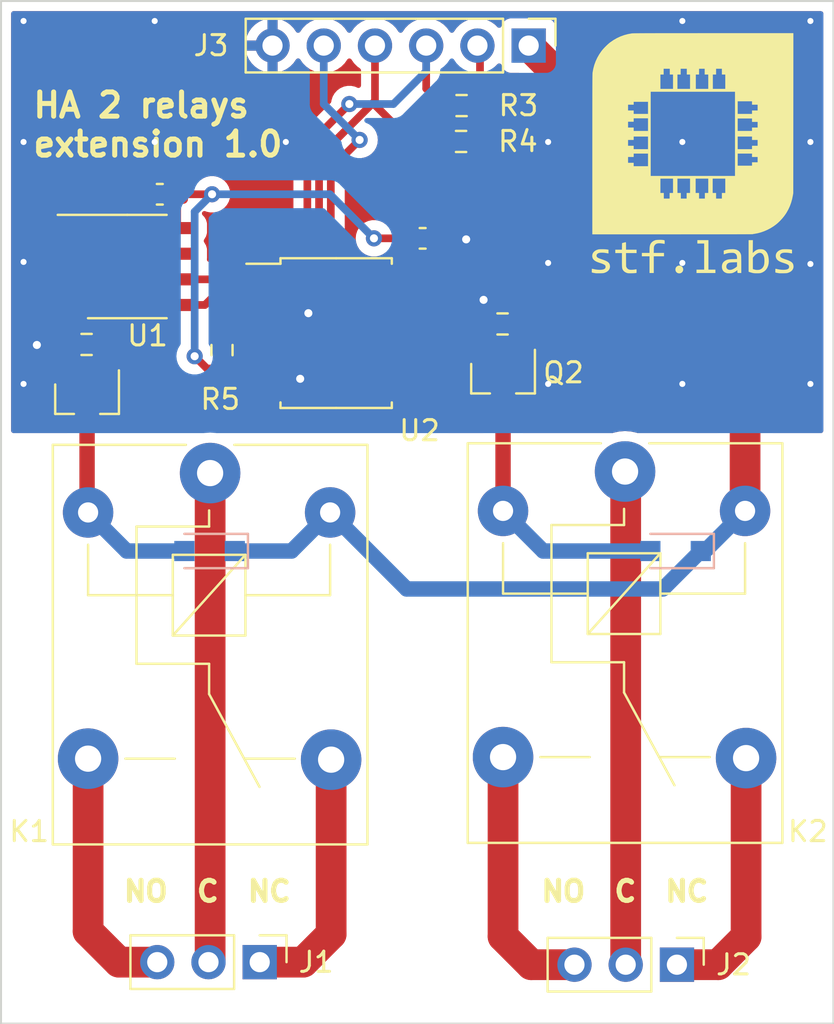
<source format=kicad_pcb>
(kicad_pcb (version 20221018) (generator pcbnew)
  (layers (0 "F.Cu" signal) (31 "B.Cu" signal) (34 "B.Paste" user) (35 "F.Paste" user) (36 "B.SilkS" user "B.Silkscreen") (37 "F.SilkS" user "F.Silkscreen") (38 "B.Mask" user) (39 "F.Mask" user) (44 "Edge.Cuts" user))
  (net 0 "")
  (net 1 "Net-(Q2-G)")
  (net 2 "GND")
  (net 3 "Net-(D2-A)")
  (net 4 "Net-(Q1-G)")
  (net 5 "Net-(D1-A)")
  (net 6 "/I2C_SCL")
  (net 7 "/I2C_SDA")
  (net 8 "Net-(U2-A2)")
  (net 10 "/EXT_GPIO")
  (net 18 "/WRITE_PROTECT")
  (net 19 "+3.3V")
  (net 23 "Net-(K1-C)")
  (net 24 "Net-(K1-NO)")
  (net 25 "Net-(K1-NC)")
  (net 26 "+12V")
  (net 27 "Net-(K2-C)")
  (net 28 "Net-(K2-NO)")
  (net 29 "Net-(K2-NC)")
  (footprint "p_Package_Misc:PinHeader_1x06_P2.54mm_Vertical" (layer "F.Cu") (at 152.908 59.9948 -90)
    (fp_text reference "J3" (at 0 15.748 -180) (layer "F.SilkS"))
    (fp_text value "Conn_HE13_1x6_2.54V" hide)
    (pad "1" thru_hole rect (at 0 0 270) (size 1.7 1.7) (drill 1) (layers "*.Cu" "*.Mask") (net 26 "+12V"))
    (pad "2" thru_hole oval (at 0 2.54 270) (size 1.7 1.7) (drill 1) (layers "*.Cu" "*.Mask") (net 19 "+3.3V"))
    (pad "3" thru_hole oval (at 0 5.08 270) (size 1.7 1.7) (drill 1) (layers "*.Cu" "*.Mask") (net 6 "/I2C_SCL"))
    (pad "4" thru_hole oval (at 0 7.62 270) (size 1.7 1.7) (drill 1) (layers "*.Cu" "*.Mask") (net 7 "/I2C_SDA"))
    (pad "5" thru_hole oval (at 0 10.16 270) (size 1.7 1.7) (drill 1) (layers "*.Cu" "*.Mask") (net 10 "/EXT_GPIO"))
    (pad "6" thru_hole oval (at 0 12.7 270) (size 1.7 1.7) (drill 1) (layers "*.Cu" "*.Mask") (net 2 "GND"))
  )
  (footprint "p_Package_Misc:PinHeader_1x03_P2.54mm_Vertical" (layer "F.Cu") (at 160.259 105.537 -90)
    (fp_text reference "J2" (at 0 -2.809) (layer "F.SilkS"))
    (fp_text value "Conn_HE13_1x3_2.54V" hide)
    (pad "1" thru_hole rect (at 0 0 270) (size 1.7 1.7) (drill 1) (layers "*.Cu" "*.Mask") (net 29 "Net-(K2-NC)"))
    (pad "2" thru_hole oval (at 0 2.54 270) (size 1.7 1.7) (drill 1) (layers "*.Cu" "*.Mask") (net 27 "Net-(K2-C)"))
    (pad "3" thru_hole oval (at 0 5.08 270) (size 1.7 1.7) (drill 1) (layers "*.Cu" "*.Mask") (net 28 "Net-(K2-NO)"))
  )
  (footprint "p_Package_SOT:SOT-23" (layer "F.Cu") (at 151.638 76.47 -90)
    (fp_text reference "Q2" (at -0.27 -2.9972 -180) (layer "F.SilkS"))
    (fp_text value "BSS138LT3G" hide)
    (pad "1" smd rect (at -1 -0.95 270) (size 0.9 0.8) (layers "F.Cu" "F.Paste" "F.Mask") (net 1 "Net-(Q2-G)"))
    (pad "2" smd rect (at -1 0.95 270) (size 0.9 0.8) (layers "F.Cu" "F.Paste" "F.Mask") (net 2 "GND"))
    (pad "3" smd rect (at 1 0 270) (size 0.9 0.8) (layers "F.Cu" "F.Paste" "F.Mask") (net 3 "Net-(D2-A)"))
  )
  (footprint "p_Package_Misc:Relay_SPDT_Type1" (layer "F.Cu") (at 137.114 81.177 -90)
    (fp_text reference "K1" (at 17.756 8.971) (layer "F.SilkS"))
    (fp_text value "Relay SPDT_Type1" hide)
    (pad "1" thru_hole circle (at 0 0) (size 3 3) (drill 1.3) (layers "*.Cu" "*.Mask") (net 23 "Net-(K1-C)"))
    (pad "2" thru_hole circle (at 1.95 6.05) (size 2.5 2.5) (drill 1) (layers "*.Cu" "*.Mask") (net 5 "Net-(D1-A)"))
    (pad "3" thru_hole circle (at 14.15 6.05) (size 3 3) (drill 1.3) (layers "*.Cu" "*.Mask") (net 24 "Net-(K1-NO)"))
    (pad "4" thru_hole circle (at 14.2 -6) (size 3 3) (drill 1.3) (layers "*.Cu" "*.Mask") (net 25 "Net-(K1-NC)"))
    (pad "5" thru_hole circle (at 1.95 -5.95) (size 2.5 2.5) (drill 1) (layers "*.Cu" "*.Mask") (net 26 "+12V"))
  )
  (footprint "p_Package_Capacitor_SMD:C_0603_1608Metric_Pad1.08x0.95mm_HandSolder" (layer "F.Cu") (at 134.6189 67.3608 180)
    (fp_text reference "C1" hide)
    (fp_text value "100n" hide)
    (pad "1" smd roundrect (at -0.8625 0 180) (size 1.075 0.95) (layers "F.Cu" "F.Paste" "F.Mask") (net 19 "+3.3V"))
    (pad "2" smd roundrect (at 0.8625 0 180) (size 1.075 0.95) (layers "F.Cu" "F.Paste" "F.Mask") (net 2 "GND"))
  )
  (footprint "p_Package_Resistor_SMD:R_0603_1608Metric_Pad0.98x0.95mm_HandSolder" (layer "F.Cu") (at 151.6145 73.787 180)
    (fp_text reference "R2" hide)
    (fp_text value "1M" hide)
    (pad "1" smd roundrect (at -0.9125 0 180) (size 0.975 0.95) (layers "F.Cu" "F.Paste" "F.Mask") (net 1 "Net-(Q2-G)"))
    (pad "2" smd roundrect (at 0.9125 0 180) (size 0.975 0.95) (layers "F.Cu" "F.Paste" "F.Mask") (net 2 "GND"))
  )
  (footprint "p_Package_Resistor_SMD:R_0603_1608Metric_Pad0.98x0.95mm_HandSolder" (layer "F.Cu") (at 137.7038 75.0824 -90)
    (fp_text reference "R5" (at 2.4384 0.0866) (layer "F.SilkS"))
    (fp_text value "10k" hide)
    (pad "1" smd roundrect (at -0.9125 0 270) (size 0.975 0.95) (layers "F.Cu" "F.Paste" "F.Mask") (net 8 "Net-(U2-A2)"))
    (pad "2" smd roundrect (at 0.9125 0 270) (size 0.975 0.95) (layers "F.Cu" "F.Paste" "F.Mask") (net 19 "+3.3V"))
  )
  (footprint "p_Package_SOT:SOT-23" (layer "F.Cu") (at 131.0132 77.486 -90)
    (fp_text reference "Q1" hide)
    (fp_text value "BSS138LT3G" hide)
    (pad "1" smd rect (at -1 -0.95 270) (size 0.9 0.8) (layers "F.Cu" "F.Paste" "F.Mask") (net 4 "Net-(Q1-G)"))
    (pad "2" smd rect (at -1 0.95 270) (size 0.9 0.8) (layers "F.Cu" "F.Paste" "F.Mask") (net 2 "GND"))
    (pad "3" smd rect (at 1 0 270) (size 0.9 0.8) (layers "F.Cu" "F.Paste" "F.Mask") (net 5 "Net-(D1-A)"))
  )
  (footprint "p_Package_Resistor_SMD:R_0603_1608Metric_Pad0.98x0.95mm_HandSolder" (layer "F.Cu") (at 149.5571 64.7446 180)
    (fp_text reference "R4" (at -2.8175 0) (layer "F.SilkS"))
    (fp_text value "DNP" hide)
    (pad "1" smd roundrect (at -0.9125 0 180) (size 0.975 0.95) (layers "F.Cu" "F.Paste" "F.Mask") (net 19 "+3.3V"))
    (pad "2" smd roundrect (at 0.9125 0 180) (size 0.975 0.95) (layers "F.Cu" "F.Paste" "F.Mask") (net 7 "/I2C_SDA"))
  )
  (footprint "p_Package_Resistor_SMD:R_0603_1608Metric_Pad0.98x0.95mm_HandSolder" (layer "F.Cu") (at 130.9897 74.803 180)
    (fp_text reference "R1" hide)
    (fp_text value "1M" hide)
    (pad "1" smd roundrect (at -0.9125 0 180) (size 0.975 0.95) (layers "F.Cu" "F.Paste" "F.Mask") (net 4 "Net-(Q1-G)"))
    (pad "2" smd roundrect (at 0.9125 0 180) (size 0.975 0.95) (layers "F.Cu" "F.Paste" "F.Mask") (net 2 "GND"))
  )
  (footprint "p_Logo:stf_labs_10mm" (layer "F.Cu") (at 161.036 65.3288)
    (fp_text reference "G1" hide)
    (fp_text value "LOGO" hide)
  )
  (footprint "p_Package_Misc:PinHeader_1x03_P2.54mm_Vertical" (layer "F.Cu") (at 139.573 105.41 -90)
    (fp_text reference "J1" (at 0 -2.794 -180) (layer "F.SilkS"))
    (fp_text value "Conn_HE13_1x3_2.54V" hide)
    (pad "1" thru_hole rect (at 0 0 270) (size 1.7 1.7) (drill 1) (layers "*.Cu" "*.Mask") (net 25 "Net-(K1-NC)"))
    (pad "2" thru_hole oval (at 0 2.54 270) (size 1.7 1.7) (drill 1) (layers "*.Cu" "*.Mask") (net 23 "Net-(K1-C)"))
    (pad "3" thru_hole oval (at 0 5.08 270) (size 1.7 1.7) (drill 1) (layers "*.Cu" "*.Mask") (net 24 "Net-(K1-NO)"))
  )
  (footprint "p_Package_SO:SSOP-20_5.3x7.2mm_P0.65mm" (layer "F.Cu") (at 143.3628 74.2402)
    (fp_text reference "U2" (at 4.135 4.83) (layer "F.SilkS"))
    (fp_text value "MCP23008-SS" hide)
    (pad "1" smd roundrect (at -3.5 -2.925) (size 1.9 0.5) (layers "F.Cu" "F.Paste" "F.Mask") (net 6 "/I2C_SCL"))
    (pad "2" smd roundrect (at -3.5 -2.275) (size 1.9 0.5) (layers "F.Cu" "F.Paste" "F.Mask") (net 7 "/I2C_SDA"))
    (pad "3" smd roundrect (at -3.5 -1.625) (size 1.9 0.5) (layers "F.Cu" "F.Paste" "F.Mask") (net 8 "Net-(U2-A2)"))
    (pad "4" smd roundrect (at -3.5 -0.975) (size 1.9 0.5) (layers "F.Cu" "F.Paste" "F.Mask") (net 2 "GND"))
    (pad "5" smd roundrect (at -3.5 -0.325) (size 1.9 0.5) (layers "F.Cu" "F.Paste" "F.Mask") (net 2 "GND"))
    (pad "6" smd roundrect (at -3.5 0.325) (size 1.9 0.5) (layers "F.Cu" "F.Paste" "F.Mask") (net 8 "Net-(U2-A2)"))
    (pad "7" smd roundrect (at -3.5 0.975) (size 1.9 0.5) (layers "F.Cu" "F.Paste" "F.Mask"))
    (pad "8" smd roundrect (at -3.5 1.625) (size 1.9 0.5) (layers "F.Cu" "F.Paste" "F.Mask") (net 10 "/EXT_GPIO"))
    (pad "9" smd roundrect (at -3.5 2.275) (size 1.9 0.5) (layers "F.Cu" "F.Paste" "F.Mask") (net 2 "GND"))
    (pad "10" smd roundrect (at -3.5 2.925) (size 1.9 0.5) (layers "F.Cu" "F.Paste" "F.Mask"))
    (pad "11" smd roundrect (at 3.5 2.925) (size 1.9 0.5) (layers "F.Cu" "F.Paste" "F.Mask"))
    (pad "12" smd roundrect (at 3.5 2.275) (size 1.9 0.5) (layers "F.Cu" "F.Paste" "F.Mask") (net 4 "Net-(Q1-G)"))
    (pad "13" smd roundrect (at 3.5 1.625) (size 1.9 0.5) (layers "F.Cu" "F.Paste" "F.Mask") (net 1 "Net-(Q2-G)"))
    (pad "14" smd roundrect (at 3.5 0.975) (size 1.9 0.5) (layers "F.Cu" "F.Paste" "F.Mask"))
    (pad "15" smd roundrect (at 3.5 0.325) (size 1.9 0.5) (layers "F.Cu" "F.Paste" "F.Mask"))
    (pad "16" smd roundrect (at 3.5 -0.325) (size 1.9 0.5) (layers "F.Cu" "F.Paste" "F.Mask"))
    (pad "17" smd roundrect (at 3.5 -0.975) (size 1.9 0.5) (layers "F.Cu" "F.Paste" "F.Mask"))
    (pad "18" smd roundrect (at 3.5 -1.625) (size 1.9 0.5) (layers "F.Cu" "F.Paste" "F.Mask"))
    (pad "19" smd roundrect (at 3.5 -2.275) (size 1.9 0.5) (layers "F.Cu" "F.Paste" "F.Mask") (net 18 "/WRITE_PROTECT"))
    (pad "20" smd roundrect (at 3.5 -2.925) (size 1.9 0.5) (layers "F.Cu" "F.Paste" "F.Mask") (net 19 "+3.3V"))
  )
  (footprint "p_Package_Capacitor_SMD:C_0603_1608Metric_Pad1.08x0.95mm_HandSolder" (layer "F.Cu") (at 147.6513 69.5452)
    (fp_text reference "C2" hide)
    (fp_text value "100n" hide)
    (pad "1" smd roundrect (at -0.8625 0) (size 1.075 0.95) (layers "F.Cu" "F.Paste" "F.Mask") (net 19 "+3.3V"))
    (pad "2" smd roundrect (at 0.8625 0) (size 1.075 0.95) (layers "F.Cu" "F.Paste" "F.Mask") (net 2 "GND"))
  )
  (footprint "p_Package_SO:SOIC-8_3.9x4.9mm_P1.27mm" (layer "F.Cu") (at 133.0086 70.9422)
    (fp_text reference "U1" (at 1.0018 3.429) (layer "F.SilkS"))
    (fp_text value "AT24C16D-SS" hide)
    (pad "1" smd roundrect (at -2.475 -1.905) (size 1.95 0.6) (layers "F.Cu" "F.Paste" "F.Mask"))
    (pad "2" smd roundrect (at -2.475 -0.635) (size 1.95 0.6) (layers "F.Cu" "F.Paste" "F.Mask"))
    (pad "3" smd roundrect (at -2.475 0.635) (size 1.95 0.6) (layers "F.Cu" "F.Paste" "F.Mask"))
    (pad "4" smd roundrect (at -2.475 1.905) (size 1.95 0.6) (layers "F.Cu" "F.Paste" "F.Mask") (net 2 "GND"))
    (pad "5" smd roundrect (at 2.475 1.905) (size 1.95 0.6) (layers "F.Cu" "F.Paste" "F.Mask") (net 7 "/I2C_SDA"))
    (pad "6" smd roundrect (at 2.475 0.635) (size 1.95 0.6) (layers "F.Cu" "F.Paste" "F.Mask") (net 6 "/I2C_SCL"))
    (pad "7" smd roundrect (at 2.475 -0.635) (size 1.95 0.6) (layers "F.Cu" "F.Paste" "F.Mask") (net 18 "/WRITE_PROTECT"))
    (pad "8" smd roundrect (at 2.475 -1.905) (size 1.95 0.6) (layers "F.Cu" "F.Paste" "F.Mask") (net 19 "+3.3V"))
  )
  (footprint "p_Package_Resistor_SMD:R_0603_1608Metric_Pad0.98x0.95mm_HandSolder" (layer "F.Cu") (at 149.5825 62.9666 180)
    (fp_text reference "R3" (at -2.8175 0) (layer "F.SilkS"))
    (fp_text value "DNP" hide)
    (pad "1" smd roundrect (at -0.9125 0 180) (size 0.975 0.95) (layers "F.Cu" "F.Paste" "F.Mask") (net 19 "+3.3V"))
    (pad "2" smd roundrect (at 0.9125 0 180) (size 0.975 0.95) (layers "F.Cu" "F.Paste" "F.Mask") (net 6 "/I2C_SCL"))
  )
  (footprint "p_Package_Misc:Relay_SPDT_Type1" (layer "F.Cu") (at 157.688 81.1 -90)
    (fp_text reference "K2" (at 17.833 -9.063) (layer "F.SilkS"))
    (fp_text value "Relay SPDT_Type1" hide)
    (pad "1" thru_hole circle (at 0 0) (size 3 3) (drill 1.3) (layers "*.Cu" "*.Mask") (net 27 "Net-(K2-C)"))
    (pad "2" thru_hole circle (at 1.95 6.05) (size 2.5 2.5) (drill 1) (layers "*.Cu" "*.Mask") (net 3 "Net-(D2-A)"))
    (pad "3" thru_hole circle (at 14.15 6.05) (size 3 3) (drill 1.3) (layers "*.Cu" "*.Mask") (net 28 "Net-(K2-NO)"))
    (pad "4" thru_hole circle (at 14.2 -6) (size 3 3) (drill 1.3) (layers "*.Cu" "*.Mask") (net 29 "Net-(K2-NC)"))
    (pad "5" thru_hole circle (at 1.95 -5.95) (size 2.5 2.5) (drill 1) (layers "*.Cu" "*.Mask") (net 26 "+12V"))
  )
  (footprint "p_Package_Diode_SMD:D_SOD-323_HandSoldering" (layer "B.Cu") (at 160.1924 85.0392 180)
    (fp_text reference "D2" hide)
    (fp_text value "1N4148WS" hide)
    (pad "1" smd rect (at -1.25 0 180) (size 1 1) (layers "B.Cu" "B.Paste" "B.Mask") (net 26 "+12V"))
    (pad "2" smd rect (at 1.25 0 180) (size 1 1) (layers "B.Cu" "B.Paste" "B.Mask") (net 3 "Net-(D2-A)"))
  )
  (footprint "p_Package_Diode_SMD:D_SOD-323_HandSoldering" (layer "B.Cu") (at 137.0892 85.0392 180)
    (fp_text reference "D1" hide)
    (fp_text value "1N4148WS" hide)
    (pad "1" smd rect (at -1.25 0 180) (size 1 1) (layers "B.Cu" "B.Paste" "B.Mask") (net 26 "+12V"))
    (pad "2" smd rect (at 1.25 0 180) (size 1 1) (layers "B.Cu" "B.Paste" "B.Mask") (net 5 "Net-(D1-A)"))
  )
  (gr_rect (start 126.746 57.785) (end 168.021 108.458) (stroke (width 0.1)) (fill none) (layer "Edge.Cuts"))
  (gr_text "NO  C  NC\n" (at 153.416 102.489) (layer "F.SilkS") (effects (font (size 1 1) (thickness 0.25) bold) (justify left bottom)))
  (gr_text "NO  C  NC\n" (at 132.715 102.489) (layer "F.SilkS") (effects (font (size 1 1) (thickness 0.25) bold) (justify left bottom)))
  (gr_text "HA 2 relays\nextension 1.0" (at 128.2192 65.5828) (layer "F.SilkS") (effects (font (size 1.2 1.2) (thickness 0.25) bold) (justify left bottom)))
  (segment (start 148.5184 75.8652) (end 148.8948 75.4888) (width 0.381) (layer "F.Cu") (net 1))
  (segment (start 151.8412 71.7804) (end 152.527 72.4662) (width 0.381) (layer "F.Cu") (net 1))
  (segment (start 148.8948 72.5932) (end 149.7076 71.7804) (width 0.381) (layer "F.Cu") (net 1))
  (segment (start 152.527 73.787) (end 152.527 75.409) (width 0.762) (layer "F.Cu") (net 1))
  (segment (start 152.527 72.4662) (end 152.527 73.787) (width 0.381) (layer "F.Cu") (net 1))
  (segment (start 146.8628 75.8652) (end 148.5184 75.8652) (width 0.381) (layer "F.Cu") (net 1))
  (segment (start 152.527 75.409) (end 152.588 75.47) (width 0.762) (layer "F.Cu") (net 1))
  (segment (start 149.7076 71.7804) (end 151.8412 71.7804) (width 0.381) (layer "F.Cu") (net 1))
  (segment (start 148.8948 75.4888) (end 148.8948 72.5932) (width 0.381) (layer "F.Cu") (net 1))
  (segment (start 130.0772 74.803) (end 128.5494 74.803) (width 0.762) (layer "F.Cu") (net 2))
  (segment (start 141.5692 76.5152) (end 141.5796 76.5048) (width 0.381) (layer "F.Cu") (net 2))
  (segment (start 130.0772 74.803) (end 130.0772 76.472) (width 0.762) (layer "F.Cu") (net 2))
  (segment (start 150.702 72.6224) (end 150.6728 72.5932) (width 0.762) (layer "F.Cu") (net 2))
  (segment (start 148.5138 69.5452) (end 149.7584 69.5452) (width 0.381) (layer "F.Cu") (net 2))
  (segment (start 139.8628 76.5152) (end 141.5692 76.5152) (width 0.381) (layer "F.Cu") (net 2))
  (segment (start 149.7584 69.5452) (end 149.8092 69.596) (width 0.381) (layer "F.Cu") (net 2))
  (segment (start 150.702 75.456) (end 150.688 75.47) (width 0.762) (layer "F.Cu") (net 2))
  (segment (start 130.0772 74.803) (end 130.0772 73.3036) (width 0.381) (layer "F.Cu") (net 2))
  (segment (start 130.0772 76.472) (end 130.0632 76.486) (width 0.762) (layer "F.Cu") (net 2))
  (segment (start 139.8628 73.9152) (end 141.3244 73.9152) (width 0.381) (layer "F.Cu") (net 2))
  (segment (start 150.702 73.787) (end 150.702 75.456) (width 0.762) (layer "F.Cu") (net 2))
  (segment (start 150.702 73.787) (end 150.702 72.6224) (width 0.762) (layer "F.Cu") (net 2))
  (segment (start 128.5494 74.803) (end 128.524 74.8284) (width 0.381) (layer "F.Cu") (net 2))
  (segment (start 130.0772 73.3036) (end 130.5336 72.8472) (width 0.381) (layer "F.Cu") (net 2))
  (segment (start 141.3244 73.9152) (end 141.986 73.2536) (width 0.381) (layer "F.Cu") (net 2))
  (via (at 153.8732 70.7644) (size 0.6) (drill 0.3) (layers "F.Cu" "B.Cu") (net 2))
  (via (at 134.366 58.7756) (size 0.6) (drill 0.3) (layers "F.Cu" "B.Cu") (net 2))
  (via (at 166.878 76.7588) (size 0.6) (drill 0.3) (layers "F.Cu" "B.Cu") (net 2))
  (via (at 134.366 64.77) (size 0.6) (drill 0.3) (layers "F.Cu" "B.Cu") (net 2))
  (via (at 128.524 74.8284) (size 0.8) (drill 0.4) (layers "F.Cu" "B.Cu") (net 2))
  (via (at 160.528 76.7588) (size 0.6) (drill 0.3) (layers "F.Cu" "B.Cu") (net 2))
  (via (at 153.8732 76.7588) (size 0.6) (drill 0.3) (layers "F.Cu" "B.Cu") (net 2))
  (via (at 149.8092 69.596) (size 0.8) (drill 0.4) (layers "F.Cu" "B.Cu") (net 2))
  (via (at 127.8636 76.7588) (size 0.6) (drill 0.3) (layers "F.Cu" "B.Cu") (net 2))
  (via (at 166.878 58.7756) (size 0.6) (drill 0.3) (layers "F.Cu" "B.Cu") (net 2))
  (via (at 141.5796 76.5048) (size 0.8) (drill 0.4) (layers "F.Cu" "B.Cu") (net 2))
  (via (at 160.528 70.7644) (size 0.6) (drill 0.3) (layers "F.Cu" "B.Cu") (net 2))
  (via (at 153.8732 64.77) (size 0.6) (drill 0.3) (layers "F.Cu" "B.Cu") (net 2))
  (via (at 127.8636 58.7756) (size 0.6) (drill 0.3) (layers "F.Cu" "B.Cu") (net 2))
  (via (at 127.8636 70.7136) (size 0.6) (drill 0.3) (layers "F.Cu" "B.Cu") (net 2))
  (via (at 127.8636 64.77) (size 0.6) (drill 0.3) (layers "F.Cu" "B.Cu") (net 2))
  (via (at 140.8684 64.77) (size 0.6) (drill 0.3) (layers "F.Cu" "B.Cu") (net 2))
  (via (at 141.986 73.2536) (size 0.8) (drill 0.4) (layers "F.Cu" "B.Cu") (net 2))
  (via (at 166.878 70.8152) (size 0.6) (drill 0.3) (layers "F.Cu" "B.Cu") (net 2))
  (via (at 166.878 64.77) (size 0.6) (drill 0.3) (layers "F.Cu" "B.Cu") (net 2))
  (via (at 160.528 58.7756) (size 0.6) (drill 0.3) (layers "F.Cu" "B.Cu") (net 2))
  (via (at 150.6728 72.5932) (size 0.8) (drill 0.4) (layers "F.Cu" "B.Cu") (net 2))
  (via (at 160.528 64.77) (size 0.6) (drill 0.3) (layers "F.Cu" "B.Cu") (net 2))
  (segment (start 151.678 83.01) (end 151.638 83.05) (width 0.762) (layer "F.Cu") (net 3))
  (segment (start 151.638 77.47) (end 151.638 83.05) (width 0.762) (layer "F.Cu") (net 3))
  (segment (start 153.6272 85.0392) (end 151.638 83.05) (width 0.762) (layer "B.Cu") (net 3))
  (segment (start 158.9424 85.0392) (end 153.6272 85.0392) (width 0.762) (layer "B.Cu") (net 3))
  (segment (start 148.448 76.5152) (end 146.8628 76.5152) (width 0.381) (layer "F.Cu") (net 4))
  (segment (start 138.43 78.4066) (end 148.4662 78.4066) (width 0.381) (layer "F.Cu") (net 4))
  (segment (start 138.4175 78.4191) (end 138.43 78.4066) (width 0.381) (layer "F.Cu") (net 4))
  (segment (start 148.4662 78.4066) (end 148.8948 77.978) (width 0.381) (layer "F.Cu") (net 4))
  (segment (start 148.8948 76.962) (end 148.448 76.5152) (width 0.381) (layer "F.Cu") (net 4))
  (segment (start 134.9436 76.486) (end 136.8767 78.4191) (width 0.381) (layer "F.Cu") (net 4))
  (segment (start 131.9022 74.803) (end 131.9022 76.425) (width 0.381) (layer "F.Cu") (net 4))
  (segment (start 136.8767 78.4191) (end 138.4175 78.4191) (width 0.381) (layer "F.Cu") (net 4))
  (segment (start 131.9632 76.486) (end 134.9436 76.486) (width 0.381) (layer "F.Cu") (net 4))
  (segment (start 131.9022 76.425) (end 131.9632 76.486) (width 0.381) (layer "F.Cu") (net 4))
  (segment (start 148.8948 77.978) (end 148.8948 76.962) (width 0.381) (layer "F.Cu") (net 4))
  (segment (start 131.0132 78.486) (end 131.0132 83.0762) (width 0.762) (layer "F.Cu") (net 5))
  (segment (start 131.0132 83.0762) (end 131.064 83.127) (width 0.762) (layer "F.Cu") (net 5))
  (segment (start 132.9762 85.0392) (end 131.064 83.127) (width 0.762) (layer "B.Cu") (net 5))
  (segment (start 135.8392 85.0392) (end 132.9762 85.0392) (width 0.762) (layer "B.Cu") (net 5))
  (segment (start 137.2028 71.5772) (end 137.4648 71.3152) (width 0.381) (layer "F.Cu") (net 6))
  (segment (start 137.4648 71.3152) (end 139.8628 71.3152) (width 0.381) (layer "F.Cu") (net 6))
  (segment (start 135.4836 71.5772) (end 137.2028 71.5772) (width 0.381) (layer "F.Cu") (net 6))
  (segment (start 141.9352 70.5104) (end 141.9352 64.9732) (width 0.381) (layer "F.Cu") (net 6))
  (segment (start 141.9352 64.9732) (end 144.018 62.8904) (width 0.381) (layer "F.Cu") (net 6))
  (segment (start 147.828 62.1246) (end 148.67 62.9666) (width 0.381) (layer "F.Cu") (net 6))
  (segment (start 147.828 60.1726) (end 147.828 62.1246) (width 0.381) (layer "F.Cu") (net 6))
  (segment (start 139.8628 71.3152) (end 141.1304 71.3152) (width 0.381) (layer "F.Cu") (net 6))
  (segment (start 141.1304 71.3152) (end 141.9352 70.5104) (width 0.381) (layer "F.Cu") (net 6))
  (via (at 144.018 62.8904) (size 0.8) (drill 0.4) (layers "F.Cu" "B.Cu") (net 6))
  (segment (start 144.018 62.8904) (end 146.2024 62.8904) (width 0.381) (layer "B.Cu") (net 6))
  (segment (start 147.828 59.563) (end 147.828 61.2648) (width 0.381) (layer "B.Cu") (net 6))
  (segment (start 147.828 61.2648) (end 147.2692 61.8236) (width 0.381) (layer "B.Cu") (net 6))
  (segment (start 146.2024 62.8904) (end 147.2692 61.8236) (width 0.381) (layer "B.Cu") (net 6))
  (segment (start 142.5162 70.751058) (end 142.5162 65.5098) (width 0.381) (layer "F.Cu") (net 7))
  (segment (start 136.8552 72.8472) (end 135.4836 72.8472) (width 0.381) (layer "F.Cu") (net 7))
  (segment (start 148.6446 64.7446) (end 147.0914 64.7446) (width 0.381) (layer "F.Cu") (net 7))
  (segment (start 141.302058 71.9652) (end 142.5162 70.751058) (width 0.381) (layer "F.Cu") (net 7))
  (segment (start 142.5162 65.5098) (end 145.288 62.738) (width 0.381) (layer "F.Cu") (net 7))
  (segment (start 139.8628 71.9652) (end 137.7372 71.9652) (width 0.381) (layer "F.Cu") (net 7))
  (segment (start 139.8628 71.9652) (end 141.302058 71.9652) (width 0.381) (layer "F.Cu") (net 7))
  (segment (start 145.288 60.1726) (end 145.288 62.9412) (width 0.381) (layer "F.Cu") (net 7))
  (segment (start 137.7372 71.9652) (end 136.8552 72.8472) (width 0.381) (layer "F.Cu") (net 7))
  (segment (start 147.0914 64.7446) (end 145.288 62.9412) (width 0.381) (layer "F.Cu") (net 7))
  (segment (start 137.7038 72.9742) (end 137.7038 74.1022) (width 0.381) (layer "F.Cu") (net 8))
  (segment (start 138.0628 72.6152) (end 139.8628 72.6152) (width 0.381) (layer "F.Cu") (net 8))
  (segment (start 138.1668 74.5652) (end 139.8628 74.5652) (width 0.381) (layer "F.Cu") (net 8))
  (segment (start 137.7038 74.1022) (end 138.1668 74.5652) (width 0.381) (layer "F.Cu") (net 8))
  (segment (start 137.7038 72.9742) (end 138.0628 72.6152) (width 0.381) (layer "F.Cu") (net 8))
  (segment (start 143.0972 73.66329) (end 143.0972 69.3928) (width 0.381) (layer "F.Cu") (net 10))
  (segment (start 140.89529 75.8652) (end 143.0972 73.66329) (width 0.381) (layer "F.Cu") (net 10))
  (segment (start 139.8628 75.8652) (end 140.89529 75.8652) (width 0.381) (layer "F.Cu") (net 10))
  (segment (start 143.0972 66.0972) (end 144.526 64.6684) (width 0.381) (layer "F.Cu") (net 10))
  (segment (start 143.0972 69.3928) (end 143.0972 66.0972) (width 0.381) (layer "F.Cu") (net 10))
  (via (at 144.526 64.6684) (size 0.8) (drill 0.4) (layers "F.Cu" "B.Cu") (net 10))
  (segment (start 144.526 64.6684) (end 142.748 62.8904) (width 0.381) (layer "B.Cu") (net 10))
  (segment (start 142.748 62.8904) (end 142.748 59.563) (width 0.381) (layer "B.Cu") (net 10))
  (segment (start 136.0678 76.7334) (end 133.604 74.2696) (width 0.381) (layer "F.Cu") (net 18))
  (segment (start 137.16 77.8256) (end 136.0678 76.7334) (width 0.381) (layer "F.Cu") (net 18))
  (segment (start 137.1725 77.8381) (end 136.0678 76.7334) (width 0.381) (layer "F.Cu") (net 18))
  (segment (start 133.604 71.0184) (end 134.3152 70.3072) (width 0.381) (layer "F.Cu") (net 18))
  (segment (start 144.8308 76.9112) (end 143.9164 77.8256) (width 0.381) (layer "F.Cu") (net 18))
  (segment (start 144.8308 72.7964) (end 144.8308 76.9112) (width 0.381) (layer "F.Cu") (net 18))
  (segment (start 143.9164 77.8256) (end 137.16 77.8256) (width 0.381) (layer "F.Cu") (net 18))
  (segment (start 134.3152 70.3072) (end 135.4836 70.3072) (width 0.381) (layer "F.Cu") (net 18))
  (segment (start 133.604 74.2696) (end 133.604 71.0184) (width 0.381) (layer "F.Cu") (net 18))
  (segment (start 145.662 71.9652) (end 144.8308 72.7964) (width 0.381) (layer "F.Cu") (net 18))
  (segment (start 146.8628 71.9652) (end 145.662 71.9652) (width 0.381) (layer "F.Cu") (net 18))
  (segment (start 150.495 62.9666) (end 150.495 60.2996) (width 0.381) (layer "F.Cu") (net 19))
  (segment (start 150.4696 64.7446) (end 150.4696 62.992) (width 0.381) (layer "F.Cu") (net 19))
  (segment (start 135.4814 67.3608) (end 137.2108 67.3608) (width 0.381) (layer "F.Cu") (net 19))
  (segment (start 135.4814 67.3608) (end 135.4814 69.035) (width 0.381) (layer "F.Cu") (net 19))
  (segment (start 149.5828 66.0908) (end 146.7888 68.8848) (width 0.381) (layer "F.Cu") (net 19))
  (segment (start 150.4696 64.7446) (end 150.4696 65.1764) (width 0.381) (layer "F.Cu") (net 19))
  (segment (start 136.9549 75.9949) (end 136.3472 75.3872) (width 0.381) (layer "F.Cu") (net 19))
  (segment (start 150.4696 65.1764) (end 149.5828 66.0632) (width 0.381) (layer "F.Cu") (net 19))
  (segment (start 146.7888 71.2412) (end 146.8628 71.3152) (width 0.381) (layer "F.Cu") (net 19))
  (segment (start 149.5828 66.0632) (end 149.5828 66.0908) (width 0.381) (layer "F.Cu") (net 19))
  (segment (start 146.7888 69.5452) (end 145.2372 69.5452) (width 0.381) (layer "F.Cu") (net 19))
  (segment (start 137.7038 75.9949) (end 136.9549 75.9949) (width 0.381) (layer "F.Cu") (net 19))
  (segment (start 150.495 60.2996) (end 150.368 60.1726) (width 0.381) (layer "F.Cu") (net 19))
  (segment (start 150.4696 62.992) (end 150.495 62.9666) (width 0.381) (layer "F.Cu") (net 19))
  (segment (start 146.7888 69.5452) (end 146.7888 71.2412) (width 0.381) (layer "F.Cu") (net 19))
  (segment (start 146.7888 68.8848) (end 146.7888 69.5452) (width 0.381) (layer "F.Cu") (net 19))
  (segment (start 135.4814 69.035) (end 135.4836 69.0372) (width 0.381) (layer "F.Cu") (net 19))
  (via (at 136.3472 75.3872) (size 0.8) (drill 0.4) (layers "F.Cu" "B.Cu") (net 19))
  (via (at 145.2372 69.5452) (size 0.8) (drill 0.4) (layers "F.Cu" "B.Cu") (net 19))
  (via (at 137.2108 67.3608) (size 0.8) (drill 0.4) (layers "F.Cu" "B.Cu") (net 19))
  (segment (start 143.0528 67.3608) (end 145.2372 69.5452) (width 0.381) (layer "B.Cu") (net 19))
  (segment (start 137.2108 67.3608) (end 136.3472 68.2244) (width 0.381) (layer "B.Cu") (net 19))
  (segment (start 137.2108 67.3608) (end 143.0528 67.3608) (width 0.381) (layer "B.Cu") (net 19))
  (segment (start 136.3472 68.2244) (end 136.3472 75.3872) (width 0.381) (layer "B.Cu") (net 19))
  (segment (start 137.114 81.177) (end 137.114 105.329) (width 1.524) (layer "F.Cu") (net 23))
  (segment (start 137.114 105.329) (end 137.033 105.41) (width 1.524) (layer "F.Cu") (net 23))
  (segment (start 134.493 105.41) (end 132.588 105.41) (width 1.524) (layer "F.Cu") (net 24))
  (segment (start 132.588 105.41) (end 131.064 103.886) (width 1.524) (layer "F.Cu") (net 24))
  (segment (start 131.064 103.886) (end 131.064 95.327) (width 1.524) (layer "F.Cu") (net 24))
  (segment (start 143.114 104.028) (end 141.732 105.41) (width 1.524) (layer "F.Cu") (net 25))
  (segment (start 143.114 95.377) (end 143.114 104.028) (width 1.524) (layer "F.Cu") (net 25))
  (segment (start 141.732 105.41) (end 139.573 105.41) (width 1.524) (layer "F.Cu") (net 25))
  (segment (start 163.638 70.7248) (end 163.638 83.05) (width 1.524) (layer "F.Cu") (net 26))
  (segment (start 152.908 59.9948) (end 163.638 70.7248) (width 1.524) (layer "F.Cu") (net 26))
  (segment (start 141.1518 85.0392) (end 143.064 83.127) (width 0.762) (layer "B.Cu") (net 26))
  (segment (start 161.6488 85.0392) (end 163.638 83.05) (width 0.762) (layer "B.Cu") (net 26))
  (segment (start 138.3392 85.0392) (end 141.1518 85.0392) (width 0.762) (layer "B.Cu") (net 26))
  (segment (start 161.4424 85.0392) (end 159.5628 86.9188) (width 0.762) (layer "B.Cu") (net 26))
  (segment (start 146.8558 86.9188) (end 143.064 83.127) (width 0.762) (layer "B.Cu") (net 26))
  (segment (start 161.4424 85.0392) (end 161.6488 85.0392) (width 0.762) (layer "B.Cu") (net 26))
  (segment (start 143.071 83.127) (end 143.064 83.127) (width 0.762) (layer "B.Cu") (net 26))
  (segment (start 159.5628 86.9188) (end 146.8558 86.9188) (width 0.762) (layer "B.Cu") (net 26))
  (segment (start 157.719 81.131) (end 157.688 81.1) (width 1.524) (layer "F.Cu") (net 27))
  (segment (start 157.719 105.537) (end 157.719 81.131) (width 1.524) (layer "F.Cu") (net 27))
  (segment (start 153.035 105.537) (end 151.638 104.14) (width 1.524) (layer "F.Cu") (net 28))
  (segment (start 151.638 104.14) (end 151.638 95.25) (width 1.524) (layer "F.Cu") (net 28))
  (segment (start 155.179 105.537) (end 153.035 105.537) (width 1.524) (layer "F.Cu") (net 28))
  (segment (start 162.306 105.537) (end 163.688 104.155) (width 1.524) (layer "F.Cu") (net 29))
  (segment (start 160.259 105.537) (end 162.306 105.537) (width 1.524) (layer "F.Cu") (net 29))
  (segment (start 163.688 104.155) (end 163.688 95.3) (width 1.524) (layer "F.Cu") (net 29))
  (zone (net 2) (net_name "GND") (layer "F.Cu") (connect_pads (clearance 0.5)) (min_thickness 0.25) (fill yes (thermal_gap 0.5) (thermal_bridge_width 0.5))
    (polygon (pts (xy 126.746 57.8104) (xy 126.746 79.1972) (xy 167.9956 79.1972) (xy 167.9956 57.8104)))
  )
  (zone (net 2) (net_name "GND") (layer "B.Cu") (connect_pads (clearance 0.5)) (min_thickness 0.25) (fill yes (thermal_gap 0.5) (thermal_bridge_width 0.5))
    (polygon (pts (xy 167.9956 57.8104) (xy 167.9956 79.1972) (xy 126.746 79.1972) (xy 126.746 57.8104)))
  )
)
</source>
